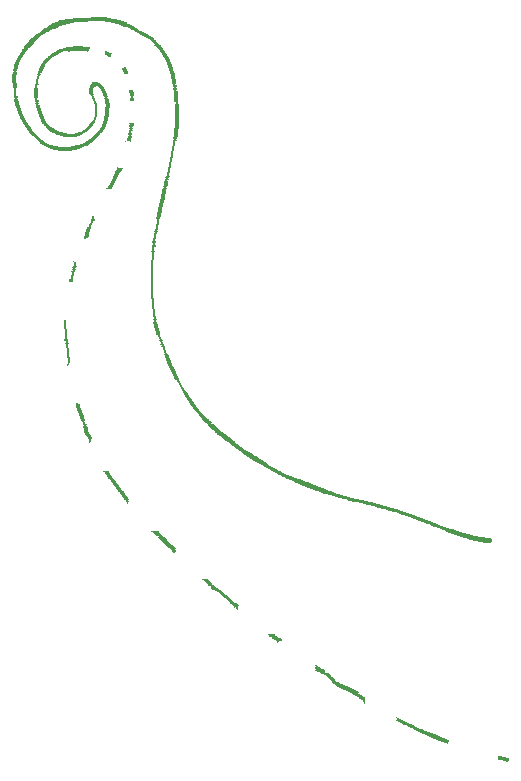
<source format=gto>
G04 EAGLE Gerber X2 export*
G75*
%MOMM*%
%FSLAX34Y34*%
%LPD*%
%AMOC8*
5,1,8,0,0,1.08239X$1,22.5*%
G01*
%ADD10R,0.082803X0.041403*%
%ADD11R,0.248413X0.041400*%
%ADD12R,0.414019X0.041403*%
%ADD13R,0.538225X0.041400*%
%ADD14R,0.041400X0.041403*%
%ADD15R,0.745237X0.041403*%
%ADD16R,0.910844X0.041403*%
%ADD17R,0.910844X0.041400*%
%ADD18R,0.828041X0.041403*%
%ADD19R,0.621028X0.041403*%
%ADD20R,0.331216X0.041403*%
%ADD21R,0.207009X0.041400*%
%ADD22R,0.579628X0.041403*%
%ADD23R,0.621031X0.041400*%
%ADD24R,0.662434X0.041403*%
%ADD25R,0.786637X0.041403*%
%ADD26R,0.786637X0.041400*%
%ADD27R,0.828038X0.041403*%
%ADD28R,0.869444X0.041400*%
%ADD29R,0.869444X0.041403*%
%ADD30R,0.869441X0.041400*%
%ADD31R,0.869441X0.041403*%
%ADD32R,0.828041X0.041400*%
%ADD33R,0.703834X0.041403*%
%ADD34R,0.621031X0.041403*%
%ADD35R,0.662431X0.041400*%
%ADD36R,0.621028X0.041400*%
%ADD37R,0.579628X0.041400*%
%ADD38R,0.538228X0.041403*%
%ADD39R,0.538225X0.041403*%
%ADD40R,0.538228X0.041400*%
%ADD41R,0.496825X0.041403*%
%ADD42R,0.496825X0.041400*%
%ADD43R,0.455422X0.041403*%
%ADD44R,0.372616X0.041403*%
%ADD45R,0.331216X0.041400*%
%ADD46R,0.248413X0.041403*%
%ADD47R,0.165606X0.041400*%
%ADD48R,0.041403X0.041403*%
%ADD49R,0.041403X0.041400*%
%ADD50R,0.124206X0.041400*%
%ADD51R,0.165606X0.041403*%
%ADD52R,0.207009X0.041403*%
%ADD53R,0.289813X0.041403*%
%ADD54R,0.496822X0.041403*%
%ADD55R,0.455422X0.041400*%
%ADD56R,0.703831X0.041403*%
%ADD57R,0.703834X0.041400*%
%ADD58R,0.496822X0.041400*%
%ADD59R,0.372616X0.041400*%
%ADD60R,0.372619X0.041403*%
%ADD61R,0.289816X0.041400*%
%ADD62R,0.289816X0.041403*%
%ADD63R,0.414022X0.041403*%
%ADD64R,0.786641X0.041403*%
%ADD65R,0.786641X0.041400*%
%ADD66R,0.455425X0.041403*%
%ADD67R,0.331219X0.041400*%
%ADD68R,0.207013X0.041403*%
%ADD69R,0.165609X0.041400*%
%ADD70R,0.041400X0.041400*%
%ADD71R,0.248409X0.041403*%
%ADD72R,0.372619X0.041400*%
%ADD73R,0.414019X0.041400*%
%ADD74R,0.414022X0.041400*%
%ADD75R,1.117853X0.041400*%
%ADD76R,1.366266X0.041403*%
%ADD77R,1.573275X0.041400*%
%ADD78R,1.821691X0.041403*%
%ADD79R,1.904494X0.041403*%
%ADD80R,1.945894X0.041400*%
%ADD81R,1.945894X0.041403*%
%ADD82R,1.656078X0.041403*%
%ADD83R,1.531872X0.041400*%
%ADD84R,1.407669X0.041403*%
%ADD85R,1.324863X0.041403*%
%ADD86R,1.242059X0.041400*%
%ADD87R,1.159256X0.041403*%
%ADD88R,1.200656X0.041400*%
%ADD89R,0.993650X0.041403*%
%ADD90R,0.993647X0.041403*%
%ADD91R,0.993647X0.041400*%
%ADD92R,0.952247X0.041403*%
%ADD93R,0.662431X0.041403*%
%ADD94R,0.662434X0.041400*%
%ADD95R,0.745234X0.041400*%
%ADD96R,0.745234X0.041403*%
%ADD97R,0.703831X0.041400*%
%ADD98R,0.745237X0.041400*%
%ADD99R,0.952247X0.041400*%
%ADD100R,0.952244X0.041400*%
%ADD101R,0.910847X0.041403*%
%ADD102R,1.035050X0.041403*%
%ADD103R,1.076450X0.041400*%
%ADD104R,1.076450X0.041403*%
%ADD105R,1.035050X0.041400*%
%ADD106R,1.117856X0.041403*%
%ADD107R,0.331219X0.041403*%
%ADD108R,0.952244X0.041403*%
%ADD109R,1.076453X0.041403*%
%ADD110R,1.117853X0.041403*%
%ADD111R,0.993650X0.041400*%
%ADD112R,0.579625X0.041400*%
%ADD113R,0.124206X0.041403*%
%ADD114R,0.579625X0.041403*%
%ADD115R,0.289813X0.041400*%
%ADD116R,0.248409X0.041400*%
%ADD117R,0.207013X0.041400*%
%ADD118R,0.082803X0.041400*%
%ADD119R,0.165609X0.041403*%
%ADD120R,1.987297X0.041403*%
%ADD121R,2.277109X0.041400*%
%ADD122R,2.484119X0.041403*%
%ADD123R,2.649728X0.041403*%
%ADD124R,2.856741X0.041400*%
%ADD125R,1.200659X0.041403*%
%ADD126R,1.449069X0.041403*%
%ADD127R,1.738884X0.041400*%
%ADD128R,2.152906X0.041403*%
%ADD129R,0.082806X0.041403*%
%ADD130R,0.082806X0.041400*%
%ADD131R,2.566925X0.041403*%
%ADD132R,0.455425X0.041400*%
%ADD133R,2.525525X0.041400*%
%ADD134R,2.401319X0.041403*%
%ADD135R,2.277109X0.041403*%
%ADD136R,2.152903X0.041400*%
%ADD137R,2.028700X0.041403*%
%ADD138R,1.821688X0.041403*%
%ADD139R,1.200656X0.041403*%
%ADD140R,1.283462X0.041400*%
%ADD141R,1.366269X0.041403*%
%ADD142R,1.490472X0.041403*%
%ADD143R,1.531875X0.041400*%
%ADD144R,1.242063X0.041400*%
%ADD145R,1.738881X0.041403*%
%ADD146R,2.484119X0.041400*%
%ADD147R,5.216653X0.041403*%
%ADD148R,4.885438X0.041403*%
%ADD149R,4.471416X0.041400*%
%ADD150R,3.891788X0.041403*%
%ADD151R,3.270759X0.041403*%
%ADD152R,1.324866X0.041403*%


D10*
X431481Y14770D03*
D11*
X431067Y15184D03*
D12*
X430653Y15598D03*
D13*
X430032Y16012D03*
D14*
X424236Y16426D03*
D15*
X429411Y16426D03*
D16*
X428583Y16840D03*
D17*
X428583Y17254D03*
D18*
X428169Y17668D03*
D19*
X427134Y18082D03*
D13*
X426720Y18496D03*
D20*
X425685Y18910D03*
D10*
X380971Y30503D03*
D21*
X380350Y30917D03*
D12*
X379315Y31331D03*
D22*
X378901Y31745D03*
D23*
X378694Y32159D03*
D24*
X378487Y32573D03*
D25*
X377452Y32987D03*
D26*
X376210Y33401D03*
D25*
X375382Y33815D03*
D27*
X374346Y34229D03*
D28*
X372897Y34643D03*
D18*
X372276Y35057D03*
D25*
X371241Y35471D03*
D26*
X369999Y35885D03*
D29*
X369171Y36299D03*
D30*
X368343Y36713D03*
D31*
X367515Y37127D03*
D18*
X366480Y37541D03*
D32*
X365652Y37955D03*
D18*
X364410Y38369D03*
D25*
X363375Y38783D03*
D26*
X362133Y39197D03*
D33*
X360891Y39611D03*
D34*
X360063Y40025D03*
D35*
X359028Y40439D03*
D34*
X357579Y40853D03*
D36*
X357165Y41267D03*
D33*
X356337Y41681D03*
D34*
X355509Y42095D03*
D37*
X354474Y42509D03*
D22*
X354059Y42923D03*
D38*
X352610Y43337D03*
D13*
X351782Y43752D03*
D22*
X351161Y44166D03*
X350333Y44580D03*
D13*
X349712Y44994D03*
D39*
X348884Y45408D03*
D22*
X347849Y45822D03*
D35*
X346607Y46236D03*
D39*
X345986Y46650D03*
D40*
X345572Y47064D03*
D22*
X344537Y47478D03*
X343709Y47892D03*
D37*
X342881Y48306D03*
D22*
X342053Y48720D03*
D41*
X341225Y49134D03*
D42*
X340811Y49548D03*
D43*
X340190Y49962D03*
D44*
X339776Y50376D03*
D45*
X339569Y50790D03*
D46*
X339155Y51204D03*
D47*
X338741Y51618D03*
D10*
X338327Y52032D03*
D14*
X338120Y52446D03*
D48*
X310794Y64038D03*
D49*
X310794Y64453D03*
D48*
X310794Y64867D03*
D10*
X310587Y65281D03*
D50*
X310380Y65695D03*
D51*
X310173Y66109D03*
D52*
X309966Y66523D03*
D11*
X309759Y66937D03*
D53*
X309552Y67351D03*
D45*
X309345Y67765D03*
D43*
X308724Y68179D03*
X308724Y68593D03*
D42*
X308517Y69007D03*
D39*
X308310Y69421D03*
D41*
X306861Y69835D03*
D42*
X306447Y70249D03*
D41*
X305619Y70663D03*
D54*
X304791Y71077D03*
D55*
X304170Y71491D03*
D54*
X303549Y71905D03*
D40*
X302928Y72319D03*
D22*
X302307Y72733D03*
D56*
X302514Y73147D03*
D57*
X302100Y73561D03*
D33*
X301272Y73975D03*
D25*
X300444Y74389D03*
D28*
X299202Y74803D03*
D31*
X298788Y75217D03*
X297546Y75631D03*
D32*
X296511Y76045D03*
D18*
X295683Y76459D03*
D29*
X294648Y76873D03*
D30*
X293820Y77287D03*
D16*
X293199Y77701D03*
D17*
X292371Y78115D03*
D25*
X291335Y78529D03*
D15*
X290300Y78943D03*
D35*
X289472Y79357D03*
D34*
X288851Y79771D03*
D38*
X288023Y80185D03*
D58*
X287402Y80599D03*
D43*
X286781Y81013D03*
D41*
X286160Y81427D03*
D55*
X285539Y81841D03*
D12*
X284918Y82255D03*
D59*
X284711Y82669D03*
D60*
X284297Y83083D03*
D20*
X284090Y83497D03*
D45*
X283676Y83911D03*
D20*
X283262Y84325D03*
X282848Y84739D03*
D61*
X282641Y85154D03*
D62*
X282227Y85568D03*
D53*
X281813Y85982D03*
D45*
X281606Y86396D03*
D63*
X280778Y86810D03*
D12*
X280364Y87224D03*
D59*
X280157Y87638D03*
D63*
X279536Y88052D03*
D42*
X279122Y88466D03*
D41*
X278708Y88880D03*
D22*
X277880Y89294D03*
D35*
X277466Y89708D03*
D20*
X275396Y90122D03*
D63*
X274982Y90536D03*
D42*
X274568Y90950D03*
D34*
X273947Y91364D03*
D64*
X273119Y91778D03*
D65*
X273119Y92192D03*
D24*
X272498Y92606D03*
D40*
X271877Y93020D03*
D66*
X271463Y93434D03*
D63*
X271255Y93848D03*
D67*
X270841Y94262D03*
D62*
X270634Y94676D03*
D68*
X270220Y95090D03*
D69*
X270013Y95504D03*
D10*
X270013Y95918D03*
D48*
X269806Y96332D03*
D10*
X237306Y115791D03*
D50*
X237099Y116205D03*
D52*
X237099Y116619D03*
D20*
X237306Y117033D03*
D37*
X238134Y117447D03*
D19*
X237513Y117861D03*
D22*
X236892Y118275D03*
D36*
X236271Y118689D03*
D34*
X235857Y119103D03*
D37*
X234822Y119517D03*
D22*
X234408Y119931D03*
D34*
X233373Y120345D03*
D37*
X232752Y120759D03*
D39*
X232545Y121173D03*
X232131Y121587D03*
D37*
X231924Y122001D03*
D60*
X230475Y122415D03*
D70*
X203563Y143944D03*
D10*
X203356Y144358D03*
D47*
X202942Y144772D03*
D52*
X202735Y145186D03*
D48*
X200665Y145600D03*
D71*
X202528Y145600D03*
D45*
X202114Y146014D03*
D20*
X202114Y146428D03*
D44*
X201907Y146842D03*
D55*
X201493Y147257D03*
D43*
X201079Y147671D03*
D44*
X200665Y148085D03*
D55*
X199837Y148499D03*
D43*
X199423Y148913D03*
D63*
X198802Y149327D03*
D72*
X198181Y149741D03*
D60*
X197767Y150155D03*
D59*
X197353Y150569D03*
D60*
X196939Y150983D03*
X196525Y151397D03*
D59*
X196111Y151811D03*
D20*
X195490Y152225D03*
X195076Y152639D03*
D45*
X194662Y153053D03*
D20*
X194248Y153467D03*
X193420Y153881D03*
D45*
X193006Y154295D03*
D20*
X192592Y154709D03*
D45*
X192178Y155123D03*
D44*
X191557Y155537D03*
D60*
X191143Y155951D03*
D72*
X190729Y156365D03*
D44*
X190315Y156779D03*
D20*
X189694Y157193D03*
D67*
X189280Y157607D03*
D20*
X188866Y158021D03*
D60*
X188244Y158435D03*
D72*
X187416Y158849D03*
D44*
X187002Y159263D03*
D63*
X186381Y159677D03*
D73*
X185967Y160091D03*
D12*
X185553Y160505D03*
D42*
X184311Y160919D03*
D39*
X183690Y161333D03*
D43*
X183276Y161747D03*
D74*
X183069Y162161D03*
D20*
X182655Y162575D03*
D60*
X182034Y162989D03*
D72*
X182034Y163403D03*
D12*
X181413Y163817D03*
D43*
X180792Y164231D03*
D73*
X180171Y164645D03*
D44*
X179964Y165059D03*
D72*
X179550Y165473D03*
D60*
X179136Y165887D03*
X178722Y166301D03*
D72*
X178308Y166715D03*
D60*
X177894Y167129D03*
D63*
X177273Y167543D03*
D73*
X176859Y167958D03*
D12*
X176445Y168372D03*
D63*
X176031Y168786D03*
D55*
X175824Y169200D03*
D69*
X149534Y191971D03*
D52*
X149327Y192385D03*
D62*
X148913Y192799D03*
D61*
X148913Y193213D03*
D62*
X148913Y193627D03*
D60*
X148499Y194041D03*
D74*
X148292Y194455D03*
D63*
X148292Y194869D03*
D43*
X148085Y195283D03*
D40*
X147671Y195697D03*
D41*
X147050Y196111D03*
D42*
X146635Y196525D03*
D54*
X146221Y196939D03*
D41*
X145807Y197353D03*
D42*
X145393Y197767D03*
D54*
X144979Y198181D03*
D41*
X144565Y198595D03*
D42*
X144151Y199009D03*
D54*
X143737Y199423D03*
D41*
X143323Y199837D03*
D13*
X142702Y200251D03*
D69*
X415334Y200251D03*
D39*
X142288Y200665D03*
D34*
X413885Y200665D03*
D22*
X141667Y201079D03*
D16*
X413264Y201079D03*
D37*
X141253Y201493D03*
D75*
X412229Y201493D03*
D38*
X141046Y201907D03*
D76*
X411401Y201907D03*
D42*
X140839Y202321D03*
D77*
X410366Y202321D03*
D43*
X140632Y202735D03*
D78*
X409538Y202735D03*
D38*
X139804Y203149D03*
D79*
X408710Y203149D03*
D42*
X139597Y203563D03*
D80*
X408089Y203563D03*
D43*
X139390Y203977D03*
D81*
X406433Y203977D03*
D41*
X138769Y204391D03*
D82*
X403742Y204391D03*
D55*
X138562Y204805D03*
D83*
X401879Y204805D03*
D12*
X138355Y205219D03*
D84*
X400016Y205219D03*
D60*
X138148Y205633D03*
D85*
X398360Y205633D03*
D13*
X136906Y206047D03*
D86*
X396704Y206047D03*
D38*
X136492Y206461D03*
D87*
X395047Y206461D03*
D13*
X136078Y206875D03*
D88*
X393598Y206875D03*
D39*
X135664Y207289D03*
D87*
X392149Y207289D03*
D38*
X135250Y207703D03*
D87*
X390907Y207703D03*
D58*
X134629Y208117D03*
D75*
X389458Y208117D03*
D39*
X134422Y208531D03*
D89*
X388009Y208531D03*
D22*
X133801Y208945D03*
D90*
X386767Y208945D03*
D23*
X133594Y209360D03*
D91*
X385525Y209360D03*
D92*
X384490Y209774D03*
D16*
X383869Y210188D03*
D28*
X382834Y210602D03*
D16*
X381799Y211016D03*
D18*
X380557Y211430D03*
D57*
X379108Y211844D03*
D93*
X377659Y212258D03*
D23*
X376210Y212672D03*
D56*
X374968Y213086D03*
D34*
X373725Y213500D03*
D57*
X372069Y213914D03*
D24*
X371448Y214328D03*
D93*
X370620Y214742D03*
D36*
X369585Y215156D03*
D22*
X368964Y215570D03*
D34*
X367929Y215984D03*
D94*
X366894Y216398D03*
D93*
X366066Y216812D03*
D57*
X365031Y217226D03*
D93*
X363996Y217640D03*
X363168Y218054D03*
D23*
X362133Y218468D03*
D15*
X360684Y218882D03*
X359442Y219296D03*
D95*
X358614Y219710D03*
D33*
X357579Y220124D03*
D24*
X356544Y220538D03*
D95*
X355302Y220952D03*
D56*
X354267Y221366D03*
D96*
X353231Y221780D03*
D95*
X351989Y222194D03*
D33*
X350954Y222608D03*
D97*
X349712Y223022D03*
D56*
X348470Y223436D03*
D64*
X346814Y223850D03*
D32*
X345365Y224264D03*
D25*
X344330Y224678D03*
D33*
X343502Y225092D03*
D98*
X342467Y225506D03*
D15*
X341225Y225920D03*
D96*
X339569Y226334D03*
D26*
X338120Y226748D03*
D31*
X336464Y227162D03*
D99*
X335222Y227576D03*
D92*
X333980Y227990D03*
D31*
X332737Y228404D03*
D32*
X331288Y228818D03*
D29*
X329011Y229232D03*
D16*
X327562Y229646D03*
D100*
X326527Y230061D03*
D101*
X325492Y230475D03*
D16*
X323836Y230889D03*
D28*
X321973Y231303D03*
D16*
X320110Y231717D03*
D102*
X318247Y232131D03*
D103*
X316798Y232545D03*
D104*
X315556Y232959D03*
D70*
X110409Y233373D03*
D105*
X314107Y233373D03*
D14*
X110409Y233787D03*
D102*
X312450Y233787D03*
D10*
X110202Y234201D03*
D90*
X310587Y234201D03*
D50*
X109995Y234615D03*
D105*
X308724Y234615D03*
D51*
X109788Y235029D03*
D106*
X307068Y235029D03*
D52*
X109581Y235443D03*
D87*
X305619Y235443D03*
D21*
X109581Y235857D03*
D75*
X304170Y235857D03*
D71*
X109374Y236271D03*
D106*
X302514Y236271D03*
D53*
X109167Y236685D03*
D90*
X301065Y236685D03*
D45*
X108960Y237099D03*
D30*
X299616Y237099D03*
D20*
X108960Y237513D03*
D31*
X297546Y237513D03*
D59*
X108753Y237927D03*
D17*
X296097Y237927D03*
D60*
X108339Y238341D03*
D18*
X294441Y238341D03*
D60*
X107925Y238755D03*
D27*
X292785Y238755D03*
D59*
X107511Y239169D03*
D32*
X291128Y239169D03*
D20*
X107304Y239583D03*
D25*
X289679Y239583D03*
D20*
X106890Y239997D03*
D25*
X288437Y239997D03*
D72*
X106683Y240411D03*
D26*
X287195Y240411D03*
D107*
X106476Y240825D03*
D27*
X285746Y240825D03*
D20*
X106062Y241239D03*
D29*
X283883Y241239D03*
D45*
X106062Y241653D03*
D17*
X282434Y241653D03*
D12*
X105233Y242067D03*
D90*
X280778Y242067D03*
D60*
X105026Y242481D03*
D92*
X279743Y242481D03*
D72*
X105026Y242895D03*
D99*
X278915Y242895D03*
D43*
X104198Y243309D03*
D89*
X277880Y243309D03*
D72*
X103784Y243723D03*
D32*
X276224Y243723D03*
D20*
X103577Y244137D03*
D108*
X274775Y244137D03*
D20*
X103163Y244551D03*
D92*
X273533Y244551D03*
D59*
X102956Y244965D03*
D91*
X272498Y244965D03*
D20*
X102749Y245379D03*
D109*
X271670Y245379D03*
D60*
X102542Y245793D03*
D110*
X270634Y245793D03*
D72*
X102128Y246207D03*
D103*
X269599Y246207D03*
D44*
X101714Y246621D03*
D102*
X268564Y246621D03*
D44*
X101714Y247035D03*
D102*
X267322Y247035D03*
D72*
X101300Y247449D03*
D111*
X266287Y247449D03*
D20*
X101093Y247863D03*
D102*
X265252Y247863D03*
D67*
X100679Y248277D03*
D91*
X264217Y248277D03*
D60*
X100472Y248691D03*
D89*
X262975Y248691D03*
D60*
X100058Y249105D03*
D102*
X261940Y249105D03*
D59*
X99644Y249519D03*
D91*
X260905Y249519D03*
D60*
X99230Y249933D03*
D90*
X260077Y249933D03*
D60*
X99230Y250347D03*
D89*
X259249Y250347D03*
D72*
X98816Y250762D03*
D105*
X258214Y250762D03*
D44*
X98402Y251176D03*
D89*
X257179Y251176D03*
D12*
X98195Y251590D03*
D16*
X255937Y251590D03*
D74*
X97781Y252004D03*
D30*
X254902Y252004D03*
D12*
X97367Y252418D03*
D18*
X253867Y252418D03*
D12*
X97367Y252832D03*
D25*
X253246Y252832D03*
D73*
X96953Y253246D03*
D65*
X252418Y253246D03*
D60*
X96746Y253660D03*
D18*
X250969Y253660D03*
D72*
X96332Y254074D03*
D98*
X250140Y254074D03*
D60*
X95918Y254488D03*
D15*
X249312Y254488D03*
D63*
X95297Y254902D03*
D25*
X248277Y254902D03*
D74*
X95297Y255316D03*
D95*
X247242Y255316D03*
D12*
X94883Y255730D03*
D33*
X246621Y255730D03*
D12*
X94883Y256144D03*
D93*
X245586Y256144D03*
D72*
X94676Y256558D03*
D35*
X244344Y256558D03*
D20*
X94469Y256972D03*
D93*
X243516Y256972D03*
D44*
X93848Y257386D03*
D22*
X242688Y257386D03*
D45*
X93641Y257800D03*
D37*
X241860Y257800D03*
D20*
X93641Y258214D03*
D19*
X240825Y258214D03*
D45*
X93227Y258628D03*
D37*
X239790Y258628D03*
D12*
X92813Y259042D03*
D22*
X238962Y259042D03*
D44*
X92606Y259456D03*
D22*
X238134Y259456D03*
D59*
X92606Y259870D03*
D37*
X237306Y259870D03*
D63*
X91985Y260284D03*
D34*
X236685Y260284D03*
D54*
X91985Y260698D03*
D22*
X236064Y260698D03*
D13*
X235029Y261112D03*
D38*
X234201Y261526D03*
D22*
X233580Y261940D03*
D37*
X233166Y262354D03*
D39*
X232545Y262768D03*
D38*
X231717Y263182D03*
D13*
X230889Y263596D03*
D41*
X229854Y264010D03*
D58*
X229025Y264424D03*
D38*
X228404Y264838D03*
D39*
X227576Y265252D03*
D40*
X227162Y265666D03*
D39*
X226334Y266080D03*
X225506Y266494D03*
D112*
X224885Y266908D03*
D34*
X224264Y267322D03*
D93*
X223643Y267736D03*
D57*
X223022Y268150D03*
D33*
X222194Y268564D03*
D98*
X221159Y268978D03*
D25*
X220538Y269392D03*
D96*
X219917Y269806D03*
D95*
X219503Y270220D03*
D15*
X219089Y270634D03*
D33*
X218054Y271048D03*
D95*
X217433Y271463D03*
D33*
X216812Y271877D03*
D96*
X216191Y272291D03*
D98*
X215777Y272705D03*
D96*
X215363Y273119D03*
D15*
X214535Y273533D03*
D97*
X213914Y273947D03*
D33*
X213500Y274361D03*
D95*
X212879Y274775D03*
D33*
X212258Y275189D03*
D24*
X211637Y275603D03*
D35*
X210809Y276017D03*
D34*
X210188Y276431D03*
D22*
X209567Y276845D03*
D37*
X209152Y277259D03*
D39*
X208531Y277673D03*
D22*
X207910Y278087D03*
D37*
X207082Y278501D03*
D39*
X206047Y278915D03*
D13*
X205633Y279329D03*
D41*
X205012Y279743D03*
D39*
X204391Y280157D03*
D13*
X203977Y280571D03*
D41*
X203356Y280985D03*
D43*
X202735Y281399D03*
D55*
X202321Y281813D03*
D41*
X201700Y282227D03*
D54*
X201286Y282641D03*
D40*
X200665Y283055D03*
D22*
X200044Y283469D03*
D38*
X199423Y283883D03*
D13*
X199009Y284297D03*
D22*
X198388Y284711D03*
D49*
X78529Y285125D03*
D37*
X197974Y285125D03*
D10*
X78322Y285539D03*
D19*
X197353Y285539D03*
D113*
X78115Y285953D03*
D22*
X196732Y285953D03*
D47*
X77908Y286367D03*
D37*
X196318Y286367D03*
D52*
X78115Y286781D03*
D34*
X195697Y286781D03*
D46*
X77908Y287195D03*
D34*
X195283Y287195D03*
D11*
X77908Y287609D03*
D36*
X194869Y287609D03*
D46*
X77908Y288023D03*
D34*
X194455Y288023D03*
D20*
X77908Y288437D03*
D114*
X193834Y288437D03*
D45*
X77908Y288851D03*
D23*
X193213Y288851D03*
D20*
X77908Y289265D03*
D22*
X192592Y289265D03*
D45*
X77494Y289679D03*
D37*
X192178Y289679D03*
D53*
X77287Y290093D03*
D22*
X191764Y290093D03*
D20*
X77080Y290507D03*
D34*
X191143Y290507D03*
D45*
X76666Y290921D03*
D23*
X190729Y290921D03*
D20*
X76666Y291335D03*
D19*
X190315Y291335D03*
D44*
X76459Y291749D03*
D34*
X189901Y291749D03*
D72*
X76045Y292164D03*
D23*
X189487Y292164D03*
D60*
X76045Y292578D03*
D22*
X188866Y292578D03*
D20*
X75838Y292992D03*
D22*
X188451Y292992D03*
D73*
X75424Y293406D03*
D37*
X188037Y293406D03*
D63*
X75010Y293820D03*
D34*
X187416Y293820D03*
D63*
X75010Y294234D03*
D22*
X186795Y294234D03*
D74*
X75010Y294648D03*
D37*
X186381Y294648D03*
D60*
X74803Y295062D03*
D38*
X185760Y295062D03*
D72*
X74803Y295476D03*
D13*
X185346Y295476D03*
D60*
X74803Y295890D03*
D39*
X184932Y295890D03*
D20*
X74596Y296304D03*
D41*
X184311Y296304D03*
D45*
X74596Y296718D03*
D58*
X183897Y296718D03*
D20*
X74596Y297132D03*
D41*
X183483Y297132D03*
D62*
X74389Y297546D03*
D54*
X183069Y297546D03*
D67*
X74182Y297960D03*
D42*
X182655Y297960D03*
D62*
X73975Y298374D03*
D43*
X182034Y298374D03*
D62*
X73975Y298788D03*
D43*
X181620Y298788D03*
D11*
X73768Y299202D03*
D55*
X181206Y299202D03*
D46*
X73768Y299616D03*
D43*
X180792Y299616D03*
D115*
X73561Y300030D03*
D55*
X180378Y300030D03*
D46*
X73354Y300444D03*
D12*
X179757Y300444D03*
D46*
X73354Y300858D03*
D63*
X179343Y300858D03*
D11*
X72940Y301272D03*
D73*
X178929Y301272D03*
D46*
X72940Y301686D03*
D43*
X178722Y301686D03*
D46*
X72940Y302100D03*
D66*
X178308Y302100D03*
D116*
X72526Y302514D03*
D55*
X177894Y302514D03*
D71*
X72526Y302928D03*
D43*
X177480Y302928D03*
D53*
X72319Y303342D03*
D12*
X176859Y303342D03*
D11*
X72112Y303756D03*
D55*
X176652Y303756D03*
D46*
X72112Y304170D03*
D43*
X176238Y304170D03*
D62*
X71905Y304584D03*
D43*
X175824Y304584D03*
D11*
X71698Y304998D03*
D73*
X175203Y304998D03*
D53*
X71491Y305412D03*
D63*
X174789Y305412D03*
D115*
X71491Y305826D03*
D73*
X174375Y305826D03*
D53*
X71077Y306240D03*
D44*
X174168Y306240D03*
D53*
X71077Y306654D03*
D60*
X173754Y306654D03*
D115*
X71077Y307068D03*
D72*
X173340Y307068D03*
D53*
X71077Y307482D03*
D60*
X172926Y307482D03*
D20*
X70870Y307896D03*
D60*
X172512Y307896D03*
D72*
X70249Y308310D03*
D59*
X172098Y308310D03*
D60*
X70249Y308724D03*
D12*
X171891Y308724D03*
D60*
X70249Y309138D03*
X171684Y309138D03*
D72*
X70249Y309552D03*
X171270Y309552D03*
D20*
X70042Y309966D03*
D44*
X170856Y309966D03*
D45*
X70042Y310380D03*
D72*
X170442Y310380D03*
D20*
X70042Y310794D03*
X170235Y310794D03*
D107*
X69628Y311208D03*
D20*
X169821Y311208D03*
D67*
X69628Y311622D03*
D45*
X169407Y311622D03*
D60*
X69421Y312036D03*
D20*
X168993Y312036D03*
X69214Y312450D03*
X168993Y312450D03*
D45*
X69214Y312865D03*
D67*
X168579Y312865D03*
D20*
X69214Y313279D03*
X168165Y313279D03*
D53*
X69007Y313693D03*
D20*
X167750Y313693D03*
D59*
X68593Y314107D03*
D67*
X167336Y314107D03*
D20*
X68386Y314521D03*
D62*
X167129Y314521D03*
D20*
X68386Y314935D03*
D53*
X166715Y314935D03*
D45*
X68386Y315349D03*
X166508Y315349D03*
D20*
X68386Y315763D03*
X166094Y315763D03*
D45*
X68386Y316177D03*
D115*
X165887Y316177D03*
D20*
X68386Y316591D03*
D53*
X165473Y316591D03*
X68179Y317005D03*
D20*
X165266Y317005D03*
D116*
X67972Y317419D03*
D45*
X164852Y317419D03*
D51*
X67558Y317833D03*
D53*
X164645Y317833D03*
D14*
X66937Y318247D03*
D20*
X164438Y318247D03*
D115*
X164231Y318661D03*
D62*
X163817Y319075D03*
X163817Y319489D03*
D115*
X163403Y319903D03*
D20*
X163196Y320317D03*
D61*
X162989Y320731D03*
D62*
X162575Y321145D03*
D53*
X162161Y321559D03*
D61*
X161747Y321973D03*
D46*
X161540Y322387D03*
D71*
X161126Y322801D03*
D115*
X160919Y323215D03*
D46*
X160712Y323629D03*
D62*
X160505Y324043D03*
D115*
X160091Y324457D03*
D71*
X159884Y324871D03*
D53*
X159677Y325285D03*
D11*
X159470Y325699D03*
D62*
X159263Y326113D03*
D11*
X159056Y326527D03*
D53*
X158849Y326941D03*
D46*
X158642Y327355D03*
D11*
X158228Y327769D03*
D46*
X157814Y328183D03*
D68*
X157607Y328597D03*
D11*
X157400Y329011D03*
D52*
X157193Y329425D03*
D46*
X156986Y329839D03*
D11*
X156572Y330253D03*
D46*
X156572Y330667D03*
D11*
X156158Y331081D03*
D52*
X155951Y331495D03*
D46*
X155744Y331909D03*
D21*
X155537Y332323D03*
D71*
X155330Y332737D03*
D46*
X154916Y333151D03*
D11*
X154916Y333566D03*
D46*
X154502Y333980D03*
X154502Y334394D03*
D116*
X154088Y334808D03*
D71*
X154088Y335222D03*
D46*
X153674Y335636D03*
D11*
X153674Y336050D03*
D46*
X153260Y336464D03*
D117*
X153053Y336878D03*
D46*
X152846Y337292D03*
X152432Y337706D03*
D61*
X152225Y338120D03*
D46*
X152018Y338534D03*
D53*
X151811Y338948D03*
D61*
X151397Y339362D03*
D62*
X151397Y339776D03*
D53*
X150983Y340190D03*
D115*
X150983Y340604D03*
D53*
X150569Y341018D03*
D45*
X150362Y341432D03*
D20*
X150362Y341846D03*
X149948Y342260D03*
D45*
X149948Y342674D03*
D20*
X149534Y343088D03*
X149534Y343502D03*
D45*
X149120Y343916D03*
D20*
X149120Y344330D03*
D44*
X148913Y344744D03*
D73*
X148706Y345158D03*
D60*
X148499Y345572D03*
X148499Y345986D03*
D72*
X148085Y346400D03*
D107*
X147878Y346814D03*
D61*
X147671Y347228D03*
D20*
X147464Y347642D03*
D53*
X147257Y348056D03*
D45*
X147049Y348470D03*
D20*
X147049Y348884D03*
D60*
X146842Y349298D03*
D67*
X146635Y349712D03*
D20*
X146221Y350126D03*
D14*
X59898Y350540D03*
D53*
X146014Y350540D03*
D70*
X59898Y350954D03*
D115*
X146014Y350954D03*
D10*
X60105Y351368D03*
D20*
X145807Y351368D03*
D118*
X60105Y351782D03*
D45*
X145807Y351782D03*
D10*
X60105Y352196D03*
D20*
X145393Y352196D03*
D113*
X60312Y352610D03*
D20*
X145393Y352610D03*
D11*
X60519Y353024D03*
D115*
X145186Y353024D03*
D46*
X60519Y353438D03*
D53*
X145186Y353438D03*
D46*
X60519Y353852D03*
D53*
X144772Y353852D03*
D11*
X60519Y354267D03*
D115*
X144772Y354267D03*
D46*
X60519Y354681D03*
D62*
X144358Y354681D03*
D46*
X60105Y355095D03*
D62*
X144358Y355095D03*
D11*
X60105Y355509D03*
D115*
X143944Y355509D03*
D46*
X60105Y355923D03*
D53*
X143944Y355923D03*
D46*
X60105Y356337D03*
D71*
X143737Y356337D03*
D11*
X60105Y356751D03*
D115*
X143530Y356751D03*
D68*
X59898Y357165D03*
D46*
X143323Y357165D03*
D11*
X59691Y357579D03*
X143323Y357579D03*
D46*
X59691Y357993D03*
D62*
X143116Y357993D03*
D46*
X59691Y358407D03*
D62*
X143116Y358407D03*
D11*
X59691Y358821D03*
X142909Y358821D03*
D46*
X59691Y359235D03*
D53*
X142702Y359235D03*
D46*
X59691Y359649D03*
D53*
X142702Y359649D03*
D21*
X59484Y360063D03*
D11*
X142495Y360063D03*
D52*
X59484Y360477D03*
D46*
X142495Y360477D03*
X59277Y360891D03*
X142081Y360891D03*
D11*
X59277Y361305D03*
X142081Y361305D03*
D46*
X59277Y361719D03*
X141667Y361719D03*
D11*
X59277Y362133D03*
X141667Y362133D03*
D46*
X59277Y362547D03*
D68*
X141460Y362547D03*
D46*
X59277Y362961D03*
X141253Y362961D03*
D11*
X59277Y363375D03*
D21*
X141046Y363375D03*
D46*
X59277Y363789D03*
X140839Y363789D03*
X59277Y364203D03*
X140839Y364203D03*
D11*
X59277Y364617D03*
D21*
X140632Y364617D03*
D52*
X59070Y365031D03*
D71*
X140425Y365031D03*
D46*
X58863Y365445D03*
D71*
X140425Y365445D03*
D11*
X58863Y365859D03*
D115*
X140218Y365859D03*
D46*
X58863Y366273D03*
X140011Y366273D03*
X58863Y366687D03*
X140011Y366687D03*
D11*
X58863Y367101D03*
X139597Y367101D03*
D46*
X58863Y367515D03*
X139597Y367515D03*
D11*
X58863Y367929D03*
D115*
X139390Y367929D03*
D46*
X58863Y368343D03*
D71*
X139183Y368343D03*
D53*
X58656Y368757D03*
D71*
X139183Y368757D03*
D115*
X58656Y369171D03*
D11*
X138769Y369171D03*
D46*
X58449Y369585D03*
X138769Y369585D03*
X58449Y369999D03*
X138769Y369999D03*
D11*
X58449Y370413D03*
X138355Y370413D03*
D46*
X58449Y370827D03*
X138355Y370827D03*
X58449Y371241D03*
X138355Y371241D03*
D61*
X58242Y371655D03*
D115*
X138148Y371655D03*
D62*
X58242Y372069D03*
D46*
X137941Y372069D03*
D61*
X58242Y372483D03*
D11*
X137941Y372483D03*
D46*
X58035Y372897D03*
X137527Y372897D03*
X58035Y373311D03*
X137527Y373311D03*
D11*
X58035Y373725D03*
X137113Y373725D03*
D46*
X58035Y374139D03*
X137113Y374139D03*
X58035Y374553D03*
D68*
X136906Y374553D03*
D11*
X58035Y374968D03*
X136699Y374968D03*
D46*
X58035Y375382D03*
X136699Y375382D03*
X58035Y375796D03*
X136285Y375796D03*
D11*
X58035Y376210D03*
X136285Y376210D03*
D71*
X57621Y376624D03*
D62*
X136078Y376624D03*
D71*
X57621Y377038D03*
D62*
X136078Y377038D03*
D116*
X57621Y377452D03*
D11*
X135871Y377452D03*
D71*
X57621Y377866D03*
D53*
X135664Y377866D03*
D116*
X57621Y378280D03*
D115*
X135664Y378280D03*
D71*
X57621Y378694D03*
D53*
X135664Y378694D03*
D71*
X57621Y379108D03*
D46*
X135457Y379108D03*
D116*
X57621Y379522D03*
D61*
X135250Y379522D03*
D71*
X57621Y379936D03*
D62*
X135250Y379936D03*
D71*
X57621Y380350D03*
D46*
X135043Y380350D03*
D116*
X57621Y380764D03*
D115*
X134836Y380764D03*
D52*
X57414Y381178D03*
D53*
X134836Y381178D03*
D52*
X57414Y381592D03*
D71*
X134629Y381592D03*
D21*
X57414Y382006D03*
D115*
X134422Y382006D03*
D52*
X57414Y382420D03*
D53*
X134422Y382420D03*
D21*
X57414Y382834D03*
D115*
X134422Y382834D03*
D52*
X57414Y383248D03*
D46*
X134215Y383248D03*
D52*
X57414Y383662D03*
D62*
X134008Y383662D03*
D21*
X57414Y384076D03*
D61*
X134008Y384076D03*
D52*
X57414Y384490D03*
D62*
X134008Y384490D03*
D52*
X57414Y384904D03*
D62*
X134008Y384904D03*
D21*
X57414Y385318D03*
D11*
X133801Y385318D03*
D52*
X57414Y385732D03*
D46*
X133801Y385732D03*
D52*
X57414Y386146D03*
D53*
X133594Y386146D03*
D21*
X57414Y386560D03*
D115*
X133594Y386560D03*
D52*
X57414Y386974D03*
D53*
X133594Y386974D03*
D52*
X57414Y387388D03*
D71*
X133387Y387388D03*
D21*
X57414Y387802D03*
D116*
X133387Y387802D03*
D52*
X57414Y388216D03*
D71*
X133387Y388216D03*
D116*
X133387Y388630D03*
D53*
X133180Y389044D03*
D46*
X132973Y389458D03*
D11*
X132973Y389872D03*
D46*
X132973Y390286D03*
X132973Y390700D03*
D11*
X132973Y391114D03*
D46*
X132973Y391528D03*
X132559Y391942D03*
D11*
X132559Y392356D03*
D46*
X132559Y392770D03*
D11*
X132559Y393184D03*
D46*
X132559Y393598D03*
X132559Y394012D03*
D117*
X132352Y394426D03*
D68*
X132352Y394840D03*
D46*
X132145Y395254D03*
D11*
X132145Y395669D03*
D46*
X132145Y396083D03*
X132145Y396497D03*
D11*
X132145Y396911D03*
D46*
X132145Y397325D03*
D52*
X131938Y397739D03*
D11*
X131731Y398153D03*
D46*
X131731Y398567D03*
D11*
X131731Y398981D03*
D46*
X131731Y399395D03*
X131731Y399809D03*
D11*
X131731Y400223D03*
D52*
X131524Y400637D03*
X131524Y401051D03*
D21*
X131524Y401465D03*
D46*
X131317Y401879D03*
X131317Y402293D03*
D11*
X131317Y402707D03*
D46*
X131317Y403121D03*
D11*
X131317Y403535D03*
D68*
X131110Y403949D03*
X131110Y404363D03*
D117*
X131110Y404777D03*
D68*
X131110Y405191D03*
X131110Y405605D03*
D117*
X131110Y406019D03*
D68*
X131110Y406433D03*
X131110Y406847D03*
D69*
X130903Y407261D03*
D119*
X130903Y407675D03*
X130903Y408089D03*
D21*
X130696Y408503D03*
D52*
X130696Y408917D03*
D21*
X130696Y409331D03*
D52*
X130696Y409745D03*
X130696Y410159D03*
D21*
X130696Y410573D03*
D52*
X130696Y410987D03*
X130696Y411401D03*
D21*
X130696Y411815D03*
D52*
X130696Y412229D03*
X130696Y412643D03*
D21*
X130696Y413057D03*
D52*
X130696Y413471D03*
D21*
X130696Y413885D03*
D51*
X130489Y414299D03*
D52*
X130282Y414713D03*
D21*
X130282Y415127D03*
D52*
X130282Y415541D03*
X130282Y415955D03*
D21*
X130282Y416370D03*
D52*
X130282Y416784D03*
X130282Y417198D03*
D21*
X130282Y417612D03*
D52*
X130282Y418026D03*
X130282Y418440D03*
D21*
X130282Y418854D03*
D52*
X130282Y419268D03*
D21*
X130282Y419682D03*
D52*
X130282Y420096D03*
X130282Y420510D03*
D115*
X61968Y420924D03*
D21*
X130282Y420924D03*
D53*
X62382Y421338D03*
D52*
X130282Y421338D03*
D53*
X62382Y421752D03*
D52*
X130282Y421752D03*
D115*
X62382Y422166D03*
D21*
X130282Y422166D03*
D53*
X62382Y422580D03*
D52*
X130282Y422580D03*
D46*
X62589Y422994D03*
D52*
X130282Y422994D03*
D11*
X62589Y423408D03*
D21*
X130282Y423408D03*
D46*
X62589Y423822D03*
D52*
X130282Y423822D03*
D11*
X62589Y424236D03*
D21*
X130282Y424236D03*
D46*
X63003Y424650D03*
D52*
X130282Y424650D03*
D46*
X63003Y425064D03*
D52*
X130282Y425064D03*
D11*
X63003Y425478D03*
D21*
X130282Y425478D03*
D46*
X63003Y425892D03*
D52*
X130282Y425892D03*
D46*
X63003Y426306D03*
D52*
X130282Y426306D03*
D11*
X63417Y426720D03*
D21*
X130282Y426720D03*
D46*
X63417Y427134D03*
D52*
X130282Y427134D03*
D46*
X63417Y427548D03*
D52*
X130282Y427548D03*
D11*
X63417Y427962D03*
D21*
X130282Y427962D03*
D46*
X63831Y428376D03*
D52*
X130282Y428376D03*
D46*
X63831Y428790D03*
X130489Y428790D03*
D11*
X63831Y429204D03*
X130489Y429204D03*
D62*
X64038Y429618D03*
D46*
X130489Y429618D03*
D61*
X64038Y430032D03*
D11*
X130489Y430032D03*
D46*
X64246Y430446D03*
X130489Y430446D03*
X64246Y430860D03*
X130489Y430860D03*
D115*
X64453Y431274D03*
D11*
X130489Y431274D03*
D53*
X64453Y431688D03*
D46*
X130489Y431688D03*
X64660Y432102D03*
X130489Y432102D03*
D11*
X64660Y432516D03*
X130489Y432516D03*
D46*
X64660Y432930D03*
X130489Y432930D03*
D62*
X64867Y433344D03*
D46*
X130489Y433344D03*
D67*
X65074Y433758D03*
D11*
X130489Y433758D03*
D107*
X65074Y434172D03*
D46*
X130489Y434172D03*
D11*
X65074Y434586D03*
X130489Y434586D03*
D46*
X65074Y435000D03*
X130489Y435000D03*
X65074Y435414D03*
X130489Y435414D03*
D11*
X65074Y435828D03*
D21*
X130696Y435828D03*
D52*
X65281Y436242D03*
X130696Y436242D03*
D51*
X65074Y436656D03*
D46*
X130903Y436656D03*
D50*
X65281Y437071D03*
D11*
X130903Y437071D03*
D113*
X65281Y437485D03*
D46*
X130903Y437485D03*
D48*
X64867Y437899D03*
D46*
X130903Y437899D03*
D11*
X130903Y438313D03*
D46*
X130903Y438727D03*
X130903Y439141D03*
D117*
X131110Y439555D03*
D68*
X131110Y439969D03*
D117*
X131110Y440383D03*
D68*
X131110Y440797D03*
X131110Y441211D03*
D11*
X131317Y441625D03*
D46*
X131317Y442039D03*
X131317Y442453D03*
D11*
X131317Y442867D03*
D46*
X131317Y443281D03*
X131317Y443695D03*
D11*
X131317Y444109D03*
D46*
X131317Y444523D03*
D11*
X131317Y444937D03*
D46*
X131317Y445351D03*
X131317Y445765D03*
D11*
X131317Y446179D03*
D62*
X131524Y446593D03*
X131524Y447007D03*
D11*
X131731Y447421D03*
D46*
X131731Y447835D03*
X131731Y448249D03*
D11*
X131731Y448663D03*
D46*
X131731Y449077D03*
X131731Y449491D03*
D11*
X131731Y449905D03*
D46*
X131731Y450319D03*
D61*
X131938Y450733D03*
D62*
X131938Y451147D03*
X131938Y451561D03*
D61*
X131938Y451975D03*
D46*
X132145Y452389D03*
X132145Y452803D03*
D11*
X132145Y453217D03*
D46*
X132145Y453631D03*
X132145Y454045D03*
D115*
X132352Y454459D03*
D53*
X132352Y454873D03*
D11*
X132559Y455287D03*
D46*
X132559Y455701D03*
X132559Y456115D03*
D11*
X132559Y456529D03*
D46*
X132559Y456943D03*
X132559Y457357D03*
D11*
X73768Y457772D03*
X132973Y457772D03*
D46*
X73768Y458186D03*
X132973Y458186D03*
D20*
X74596Y458600D03*
D46*
X132973Y458600D03*
D45*
X74596Y459014D03*
D11*
X132973Y459014D03*
D60*
X75217Y459428D03*
D46*
X132973Y459428D03*
D60*
X75217Y459842D03*
D52*
X133180Y459842D03*
D67*
X75424Y460256D03*
D116*
X133387Y460256D03*
D107*
X75424Y460670D03*
D71*
X133387Y460670D03*
D61*
X75631Y461084D03*
D116*
X133387Y461084D03*
D62*
X75631Y461498D03*
D71*
X133387Y461498D03*
D62*
X75631Y461912D03*
D52*
X133594Y461912D03*
D45*
X75838Y462326D03*
D11*
X133801Y462326D03*
D53*
X76045Y462740D03*
D46*
X133801Y462740D03*
D53*
X76045Y463154D03*
D46*
X133801Y463154D03*
D11*
X76252Y463568D03*
D61*
X134008Y463568D03*
D62*
X76459Y463982D03*
D46*
X134215Y463982D03*
D62*
X76459Y464396D03*
D46*
X134215Y464396D03*
D115*
X76873Y464810D03*
D11*
X134215Y464810D03*
D53*
X76873Y465224D03*
D46*
X134215Y465224D03*
D116*
X77080Y465638D03*
X134629Y465638D03*
D53*
X77287Y466052D03*
D71*
X134629Y466052D03*
D46*
X77494Y466466D03*
D71*
X134629Y466466D03*
D11*
X77494Y466880D03*
D116*
X134629Y466880D03*
D62*
X77701Y467294D03*
D71*
X134629Y467294D03*
D46*
X77908Y467708D03*
X135043Y467708D03*
D11*
X77908Y468122D03*
X135043Y468122D03*
D71*
X78322Y468536D03*
D46*
X135043Y468536D03*
D71*
X78322Y468950D03*
D46*
X135043Y468950D03*
D21*
X78529Y469364D03*
D11*
X135043Y469364D03*
D46*
X78736Y469778D03*
X135457Y469778D03*
X78736Y470192D03*
X135457Y470192D03*
D11*
X79150Y470606D03*
X135457Y470606D03*
D46*
X79564Y471020D03*
X135457Y471020D03*
D11*
X79564Y471434D03*
X135457Y471434D03*
D52*
X79771Y471848D03*
D46*
X135457Y471848D03*
X79978Y472262D03*
X135871Y472262D03*
D11*
X79978Y472676D03*
X135871Y472676D03*
D53*
X80599Y473090D03*
D46*
X135871Y473090D03*
D53*
X80599Y473504D03*
D46*
X135871Y473504D03*
D11*
X80392Y473918D03*
X135871Y473918D03*
D68*
X80599Y474332D03*
D62*
X136078Y474332D03*
D68*
X80599Y474746D03*
D62*
X136078Y474746D03*
D69*
X80806Y475160D03*
D61*
X136078Y475160D03*
D119*
X80806Y475574D03*
D62*
X136078Y475574D03*
D69*
X80806Y475988D03*
D61*
X136492Y475988D03*
D62*
X136492Y476402D03*
X136492Y476816D03*
D61*
X136492Y477230D03*
D20*
X136699Y477644D03*
X136699Y478058D03*
D45*
X136699Y478473D03*
D20*
X136699Y478887D03*
D53*
X136906Y479301D03*
D115*
X136906Y479715D03*
D20*
X137113Y480129D03*
X137113Y480543D03*
D61*
X137320Y480957D03*
D62*
X137320Y481371D03*
D61*
X137320Y481785D03*
D62*
X137320Y482199D03*
X137734Y482613D03*
D61*
X137734Y483027D03*
D62*
X137734Y483441D03*
X137734Y483855D03*
D61*
X137734Y484269D03*
D53*
X138148Y484683D03*
X138148Y485097D03*
D115*
X138148Y485511D03*
D53*
X138148Y485925D03*
D45*
X138355Y486339D03*
D62*
X138562Y486753D03*
X138562Y487167D03*
D61*
X138562Y487581D03*
D20*
X138769Y487995D03*
X138769Y488409D03*
D115*
X138976Y488823D03*
D53*
X138976Y489237D03*
D20*
X139183Y489651D03*
D45*
X139183Y490065D03*
D53*
X139390Y490479D03*
D20*
X139597Y490893D03*
D45*
X139597Y491307D03*
D62*
X139804Y491721D03*
D61*
X139804Y492135D03*
D62*
X139804Y492549D03*
D20*
X140011Y492963D03*
D45*
X140011Y493377D03*
D53*
X140218Y493791D03*
X140218Y494205D03*
D115*
X140218Y494619D03*
D53*
X140218Y495033D03*
D20*
X140425Y495447D03*
D45*
X140425Y495861D03*
D20*
X140425Y496275D03*
D115*
X140632Y496689D03*
D53*
X140632Y497103D03*
X140632Y497517D03*
D45*
X140839Y497931D03*
D20*
X140839Y498345D03*
D62*
X141046Y498759D03*
D61*
X141046Y499174D03*
D46*
X141253Y499588D03*
D43*
X94676Y500002D03*
D53*
X141460Y500002D03*
D73*
X94883Y500416D03*
D115*
X141460Y500416D03*
D60*
X95090Y500830D03*
D46*
X141667Y500830D03*
D63*
X95297Y501244D03*
D46*
X141667Y501244D03*
D72*
X95504Y501658D03*
D61*
X141874Y501658D03*
D60*
X95918Y502072D03*
D62*
X141874Y502072D03*
D72*
X95918Y502486D03*
D61*
X142288Y502486D03*
D60*
X96332Y502900D03*
D62*
X142288Y502900D03*
D20*
X96539Y503314D03*
D62*
X142288Y503314D03*
D72*
X96746Y503728D03*
D61*
X142288Y503728D03*
D20*
X96953Y504142D03*
D62*
X142288Y504142D03*
D20*
X96953Y504556D03*
D46*
X142495Y504556D03*
D45*
X97367Y504970D03*
D115*
X142702Y504970D03*
D20*
X97367Y505384D03*
D53*
X142702Y505384D03*
D20*
X97781Y505798D03*
D53*
X142702Y505798D03*
D45*
X97781Y506212D03*
D115*
X142702Y506212D03*
D20*
X98195Y506626D03*
D46*
X142909Y506626D03*
D45*
X98195Y507040D03*
D11*
X142909Y507040D03*
D20*
X98609Y507454D03*
D62*
X143116Y507454D03*
D20*
X98609Y507868D03*
D62*
X143116Y507868D03*
D45*
X99023Y508282D03*
D11*
X143323Y508282D03*
D20*
X99023Y508696D03*
D46*
X143323Y508696D03*
D53*
X99230Y509110D03*
D46*
X143323Y509110D03*
D45*
X99437Y509524D03*
D115*
X143530Y509524D03*
D20*
X99437Y509938D03*
D71*
X143737Y509938D03*
D20*
X99851Y510352D03*
D53*
X143944Y510352D03*
D45*
X99851Y510766D03*
D11*
X144151Y510766D03*
D20*
X100265Y511180D03*
D46*
X144151Y511180D03*
D20*
X100265Y511594D03*
D46*
X144151Y511594D03*
D67*
X100679Y512008D03*
D11*
X144565Y512008D03*
D60*
X100886Y512422D03*
D46*
X144565Y512422D03*
D45*
X101093Y512836D03*
D11*
X144565Y512836D03*
D60*
X101300Y513250D03*
D46*
X144565Y513250D03*
D12*
X101507Y513664D03*
D71*
X144979Y513664D03*
D73*
X101921Y514078D03*
D116*
X144979Y514078D03*
D43*
X102128Y514492D03*
D71*
X144979Y514492D03*
D43*
X102542Y514906D03*
D71*
X144979Y514906D03*
D55*
X102542Y515320D03*
D116*
X144979Y515320D03*
D12*
X102749Y515734D03*
D71*
X144979Y515734D03*
D12*
X103163Y516148D03*
D46*
X145393Y516148D03*
D73*
X103163Y516562D03*
D11*
X145393Y516562D03*
D43*
X103370Y516976D03*
D46*
X145393Y516976D03*
D118*
X101507Y517390D03*
D11*
X145393Y517390D03*
D46*
X145393Y517804D03*
D52*
X145600Y518218D03*
D21*
X145600Y518632D03*
D46*
X145807Y519046D03*
X145807Y519460D03*
D11*
X145807Y519875D03*
D46*
X145807Y520289D03*
D68*
X146014Y520703D03*
D117*
X146014Y521117D03*
D68*
X146014Y521531D03*
X146014Y521945D03*
D11*
X146221Y522359D03*
D52*
X146428Y522773D03*
D21*
X146428Y523187D03*
D52*
X146428Y523601D03*
X146428Y524015D03*
D47*
X146635Y524429D03*
D52*
X146842Y524843D03*
X146842Y525257D03*
D21*
X146842Y525671D03*
D46*
X147050Y526085D03*
D68*
X147257Y526499D03*
D117*
X147257Y526913D03*
D46*
X147464Y527327D03*
D11*
X147464Y527741D03*
D46*
X147464Y528155D03*
X147464Y528569D03*
D11*
X147464Y528983D03*
D46*
X147878Y529397D03*
X147878Y529811D03*
D11*
X147878Y530225D03*
D46*
X147878Y530639D03*
X147878Y531053D03*
D11*
X147878Y531467D03*
D53*
X56586Y531881D03*
D46*
X148292Y531881D03*
D106*
X57414Y532295D03*
D46*
X148292Y532295D03*
D83*
X57000Y532709D03*
D11*
X148292Y532709D03*
D120*
X57207Y533123D03*
D46*
X148292Y533123D03*
D121*
X57000Y533537D03*
D11*
X148292Y533537D03*
D122*
X57207Y533951D03*
D68*
X148499Y533951D03*
D123*
X57207Y534365D03*
D46*
X148706Y534365D03*
D124*
X57000Y534779D03*
D11*
X148706Y534779D03*
D16*
X46443Y535193D03*
D89*
X67144Y535193D03*
D46*
X148706Y535193D03*
D25*
X44994Y535607D03*
D31*
X68593Y535607D03*
D46*
X148706Y535607D03*
D97*
X43752Y536021D03*
D17*
X70042Y536021D03*
D21*
X148913Y536021D03*
D34*
X42923Y536435D03*
D27*
X70870Y536435D03*
D52*
X148913Y536435D03*
D22*
X41888Y536849D03*
D64*
X71905Y536849D03*
D46*
X149120Y536849D03*
D37*
X41060Y537263D03*
D36*
X73147Y537263D03*
D11*
X149120Y537263D03*
D39*
X40439Y537677D03*
D34*
X73975Y537677D03*
D46*
X149120Y537677D03*
D42*
X39404Y538091D03*
D37*
X75010Y538091D03*
D11*
X149120Y538091D03*
D43*
X38783Y538505D03*
D54*
X75838Y538505D03*
D52*
X149327Y538505D03*
D63*
X38162Y538919D03*
D38*
X76459Y538919D03*
D71*
X149534Y538919D03*
D73*
X37748Y539333D03*
D58*
X77080Y539333D03*
D116*
X149534Y539333D03*
D60*
X37127Y539747D03*
D43*
X77701Y539747D03*
D71*
X149534Y539747D03*
D60*
X36713Y540161D03*
D54*
X78322Y540161D03*
D10*
X108960Y540161D03*
D48*
X112479Y540161D03*
D71*
X149534Y540161D03*
D59*
X36299Y540576D03*
D55*
X78943Y540576D03*
D72*
X110823Y540576D03*
D115*
X149741Y540576D03*
D63*
X35678Y540990D03*
D43*
X79357Y540990D03*
D107*
X111030Y540990D03*
D46*
X149948Y540990D03*
D12*
X35264Y541404D03*
D43*
X79771Y541404D03*
D107*
X111030Y541404D03*
D46*
X149948Y541404D03*
D73*
X34850Y541818D03*
D74*
X80392Y541818D03*
D61*
X111237Y541818D03*
D11*
X149948Y541818D03*
D63*
X34436Y542232D03*
D12*
X80806Y542232D03*
D62*
X111237Y542232D03*
D46*
X149948Y542232D03*
D12*
X34022Y542646D03*
X81220Y542646D03*
D62*
X111237Y542646D03*
X150155Y542646D03*
D74*
X33608Y543060D03*
D72*
X81841Y543060D03*
D11*
X111444Y543060D03*
D61*
X150155Y543060D03*
D60*
X32987Y543474D03*
D44*
X82255Y543474D03*
D53*
X111651Y543474D03*
D46*
X150362Y543474D03*
D72*
X32573Y543888D03*
D95*
X62175Y543888D03*
D72*
X82669Y543888D03*
D115*
X111651Y543888D03*
D11*
X150362Y543888D03*
D60*
X32159Y544302D03*
D125*
X61554Y544302D03*
D60*
X83083Y544302D03*
D53*
X111651Y544302D03*
X150569Y544302D03*
D44*
X31745Y544716D03*
D126*
X61140Y544716D03*
D44*
X83497Y544716D03*
D46*
X111858Y544716D03*
D53*
X150569Y544716D03*
D45*
X31124Y545130D03*
D127*
X60933Y545130D03*
D72*
X83911Y545130D03*
D11*
X111858Y545130D03*
D115*
X150569Y545130D03*
D20*
X30710Y545544D03*
D81*
X60726Y545544D03*
D60*
X84325Y545544D03*
D46*
X111858Y545544D03*
D53*
X150569Y545544D03*
D20*
X30296Y545958D03*
D128*
X60519Y545958D03*
D60*
X84739Y545958D03*
D62*
X112065Y545958D03*
D20*
X150776Y545958D03*
D45*
X29882Y546372D03*
D99*
X53688Y546372D03*
D57*
X68593Y546372D03*
D72*
X85154Y546372D03*
D61*
X112065Y546372D03*
D45*
X150776Y546372D03*
D20*
X29468Y546786D03*
D16*
X52653Y546786D03*
D22*
X70042Y546786D03*
D20*
X85361Y546786D03*
D46*
X112272Y546786D03*
D20*
X150776Y546786D03*
X29054Y547200D03*
D31*
X51204Y547200D03*
D41*
X70870Y547200D03*
D62*
X85982Y547200D03*
D46*
X112272Y547200D03*
D53*
X150983Y547200D03*
D45*
X28640Y547614D03*
D95*
X49755Y547614D03*
D73*
X72112Y547614D03*
D115*
X86396Y547614D03*
D11*
X112272Y547614D03*
D115*
X150983Y547614D03*
D107*
X28226Y548028D03*
D93*
X48513Y548028D03*
D44*
X73147Y548028D03*
D62*
X86810Y548028D03*
D46*
X112272Y548028D03*
D20*
X151190Y548028D03*
D45*
X27812Y548442D03*
D35*
X47685Y548442D03*
D72*
X73561Y548442D03*
D115*
X87224Y548442D03*
D11*
X112272Y548442D03*
D45*
X151190Y548442D03*
D53*
X27605Y548856D03*
D34*
X47064Y548856D03*
D107*
X74182Y548856D03*
D20*
X87431Y548856D03*
D53*
X112479Y548856D03*
D20*
X151190Y548856D03*
X27398Y549270D03*
D22*
X46443Y549270D03*
D60*
X74803Y549270D03*
D53*
X87638Y549270D03*
D71*
X112686Y549270D03*
D20*
X151190Y549270D03*
D45*
X26984Y549684D03*
D37*
X46029Y549684D03*
D72*
X75217Y549684D03*
D61*
X88052Y549684D03*
D116*
X112686Y549684D03*
D45*
X151190Y549684D03*
D20*
X26570Y550098D03*
D38*
X45408Y550098D03*
D20*
X75838Y550098D03*
D53*
X88466Y550098D03*
D71*
X112686Y550098D03*
D20*
X151190Y550098D03*
X26570Y550512D03*
D54*
X44787Y550512D03*
D62*
X76459Y550512D03*
D53*
X88466Y550512D03*
D71*
X112686Y550512D03*
D20*
X151190Y550512D03*
D45*
X26156Y550926D03*
D42*
X44373Y550926D03*
D115*
X76873Y550926D03*
X88880Y550926D03*
X112893Y550926D03*
D45*
X151604Y550926D03*
D20*
X26156Y551340D03*
D66*
X43752Y551340D03*
D53*
X77287Y551340D03*
D46*
X89087Y551340D03*
X113100Y551340D03*
D20*
X151604Y551340D03*
X25742Y551754D03*
D12*
X43130Y551754D03*
D62*
X77701Y551754D03*
X89294Y551754D03*
D46*
X113100Y551754D03*
D20*
X151604Y551754D03*
D45*
X25328Y552168D03*
D74*
X42716Y552168D03*
D115*
X78115Y552168D03*
D11*
X89501Y552168D03*
X113100Y552168D03*
D45*
X151604Y552168D03*
D20*
X24914Y552582D03*
D12*
X42302Y552582D03*
D20*
X78322Y552582D03*
D53*
X89708Y552582D03*
D62*
X113307Y552582D03*
D20*
X151604Y552582D03*
X24914Y552996D03*
D60*
X41681Y552996D03*
D20*
X78736Y552996D03*
D46*
X89915Y552996D03*
D62*
X113307Y552996D03*
D20*
X151604Y552996D03*
D45*
X24500Y553410D03*
D72*
X41267Y553410D03*
D61*
X78943Y553410D03*
X90122Y553410D03*
D115*
X113721Y553410D03*
D45*
X151604Y553410D03*
D20*
X24086Y553824D03*
X41060Y553824D03*
X79150Y553824D03*
D62*
X90122Y553824D03*
D20*
X113514Y553824D03*
X151604Y553824D03*
D45*
X24086Y554238D03*
X40646Y554238D03*
D115*
X79357Y554238D03*
D11*
X90329Y554238D03*
D72*
X113721Y554238D03*
D45*
X151604Y554238D03*
D107*
X23672Y554652D03*
D20*
X40232Y554652D03*
D62*
X79771Y554652D03*
D46*
X90329Y554652D03*
D20*
X113514Y554652D03*
X151604Y554652D03*
D60*
X23465Y555066D03*
D20*
X39818Y555066D03*
D107*
X79978Y555066D03*
D62*
X90536Y555066D03*
D129*
X112272Y555066D03*
D20*
X151604Y555066D03*
D45*
X23258Y555480D03*
D61*
X39611Y555480D03*
X80185Y555480D03*
X90536Y555480D03*
D45*
X151604Y555480D03*
D60*
X23051Y555894D03*
D20*
X39404Y555894D03*
D53*
X80599Y555894D03*
X90950Y555894D03*
D20*
X151604Y555894D03*
X22843Y556308D03*
D53*
X39197Y556308D03*
D46*
X80806Y556308D03*
D53*
X90950Y556308D03*
D20*
X151604Y556308D03*
D67*
X22429Y556722D03*
D45*
X38990Y556722D03*
D11*
X80806Y556722D03*
D45*
X91157Y556722D03*
X151604Y556722D03*
D107*
X22429Y557136D03*
D62*
X38783Y557136D03*
D46*
X81220Y557136D03*
D20*
X91157Y557136D03*
X151604Y557136D03*
X22015Y557550D03*
D107*
X38576Y557550D03*
D52*
X81427Y557550D03*
D62*
X91364Y557550D03*
D53*
X151811Y557550D03*
D45*
X22015Y557964D03*
D61*
X38369Y557964D03*
D21*
X81841Y557964D03*
D45*
X91571Y557964D03*
D115*
X151811Y557964D03*
D20*
X21601Y558378D03*
D53*
X37955Y558378D03*
D51*
X82048Y558378D03*
D20*
X91571Y558378D03*
D53*
X151811Y558378D03*
D45*
X21601Y558792D03*
D115*
X37955Y558792D03*
D21*
X82255Y558792D03*
D45*
X91571Y558792D03*
D115*
X151811Y558792D03*
D20*
X21187Y559206D03*
D62*
X37541Y559206D03*
D52*
X82255Y559206D03*
D20*
X91985Y559206D03*
D53*
X151811Y559206D03*
X20980Y559620D03*
D62*
X37541Y559620D03*
D46*
X82462Y559620D03*
D20*
X91985Y559620D03*
D53*
X151811Y559620D03*
D45*
X20773Y560034D03*
D115*
X37127Y560034D03*
D21*
X82669Y560034D03*
D45*
X91985Y560034D03*
D115*
X151811Y560034D03*
D20*
X20773Y560448D03*
D53*
X37127Y560448D03*
D52*
X82669Y560448D03*
D20*
X91985Y560448D03*
D53*
X151811Y560448D03*
D20*
X20359Y560862D03*
D53*
X37127Y560862D03*
D71*
X82876Y560862D03*
D20*
X91985Y560862D03*
D53*
X151811Y560862D03*
D45*
X20359Y561277D03*
D115*
X36713Y561277D03*
D116*
X82876Y561277D03*
D45*
X92399Y561277D03*
D115*
X151811Y561277D03*
D20*
X19945Y561691D03*
D53*
X36713Y561691D03*
D71*
X82876Y561691D03*
D20*
X92399Y561691D03*
D53*
X151811Y561691D03*
D20*
X19945Y562105D03*
D46*
X36506Y562105D03*
D52*
X83083Y562105D03*
D20*
X92399Y562105D03*
D53*
X151811Y562105D03*
D45*
X19531Y562519D03*
D61*
X36299Y562519D03*
D21*
X83083Y562519D03*
D45*
X92399Y562519D03*
D115*
X151811Y562519D03*
D20*
X19531Y562933D03*
D62*
X36299Y562933D03*
D46*
X83290Y562933D03*
D20*
X92399Y562933D03*
D53*
X151811Y562933D03*
D60*
X19324Y563347D03*
D46*
X36092Y563347D03*
X83290Y563347D03*
D20*
X92399Y563347D03*
D53*
X151811Y563347D03*
D45*
X19117Y563761D03*
D115*
X35885Y563761D03*
D11*
X83290Y563761D03*
D45*
X92399Y563761D03*
D115*
X151811Y563761D03*
D44*
X18910Y564175D03*
D53*
X35885Y564175D03*
D46*
X83290Y564175D03*
D62*
X92606Y564175D03*
D53*
X151811Y564175D03*
D45*
X18703Y564589D03*
D116*
X35678Y564589D03*
D21*
X83497Y564589D03*
D45*
X92813Y564589D03*
D115*
X151811Y564589D03*
D20*
X18703Y565003D03*
D53*
X35471Y565003D03*
D52*
X83497Y565003D03*
D20*
X92813Y565003D03*
D53*
X151811Y565003D03*
D60*
X18496Y565417D03*
D53*
X35471Y565417D03*
D52*
X83497Y565417D03*
D20*
X92813Y565417D03*
D53*
X151811Y565417D03*
D45*
X18289Y565831D03*
D11*
X35264Y565831D03*
D21*
X83497Y565831D03*
D45*
X92813Y565831D03*
D115*
X151811Y565831D03*
D20*
X18289Y566245D03*
D62*
X35057Y566245D03*
D52*
X83497Y566245D03*
D20*
X92813Y566245D03*
D53*
X151811Y566245D03*
D62*
X18082Y566659D03*
X35057Y566659D03*
D52*
X83497Y566659D03*
D20*
X92813Y566659D03*
D53*
X151811Y566659D03*
D67*
X17875Y567073D03*
D11*
X34850Y567073D03*
D21*
X83497Y567073D03*
D45*
X92813Y567073D03*
D115*
X151811Y567073D03*
D107*
X17875Y567487D03*
D53*
X34643Y567487D03*
D46*
X83290Y567487D03*
D20*
X92813Y567487D03*
D53*
X151811Y567487D03*
D62*
X17668Y567901D03*
D53*
X34643Y567901D03*
D46*
X83290Y567901D03*
D20*
X92813Y567901D03*
D53*
X151811Y567901D03*
D45*
X17461Y568315D03*
D11*
X34436Y568315D03*
X83290Y568315D03*
D45*
X92813Y568315D03*
D115*
X151811Y568315D03*
D20*
X17047Y568729D03*
D62*
X34229Y568729D03*
D46*
X83290Y568729D03*
D53*
X93020Y568729D03*
X151811Y568729D03*
D45*
X17047Y569143D03*
D61*
X34229Y569143D03*
D21*
X83083Y569143D03*
D115*
X93020Y569143D03*
X151811Y569143D03*
D20*
X17047Y569557D03*
D46*
X34022Y569557D03*
D52*
X83083Y569557D03*
D53*
X93020Y569557D03*
X151811Y569557D03*
D62*
X16840Y569971D03*
D46*
X34022Y569971D03*
D52*
X83083Y569971D03*
D53*
X93020Y569971D03*
X151811Y569971D03*
D45*
X16633Y570385D03*
D61*
X33815Y570385D03*
D116*
X82876Y570385D03*
D115*
X93020Y570385D03*
X151811Y570385D03*
D20*
X16633Y570799D03*
D46*
X33608Y570799D03*
D71*
X82876Y570799D03*
D53*
X93020Y570799D03*
X151811Y570799D03*
X16426Y571213D03*
D46*
X33608Y571213D03*
D71*
X82876Y571213D03*
D53*
X93020Y571213D03*
X151811Y571213D03*
D115*
X16426Y571627D03*
D11*
X33608Y571627D03*
D116*
X82876Y571627D03*
D115*
X93020Y571627D03*
D11*
X151604Y571627D03*
D53*
X16426Y572041D03*
X33401Y572041D03*
D46*
X82462Y572041D03*
D20*
X92813Y572041D03*
D46*
X151604Y572041D03*
D20*
X16219Y572455D03*
D46*
X33194Y572455D03*
X82462Y572455D03*
D62*
X92606Y572455D03*
D46*
X151604Y572455D03*
D115*
X16012Y572869D03*
D11*
X33194Y572869D03*
X82462Y572869D03*
D61*
X92606Y572869D03*
D11*
X151604Y572869D03*
D53*
X16012Y573283D03*
D46*
X33194Y573283D03*
X82048Y573283D03*
D62*
X92606Y573283D03*
X151397Y573283D03*
D53*
X16012Y573697D03*
D46*
X33194Y573697D03*
X82048Y573697D03*
D62*
X92606Y573697D03*
X151397Y573697D03*
D45*
X15805Y574111D03*
D61*
X32987Y574111D03*
D11*
X82048Y574111D03*
D45*
X92399Y574111D03*
D61*
X151397Y574111D03*
D62*
X15598Y574525D03*
X32987Y574525D03*
D71*
X81634Y574525D03*
D53*
X92192Y574525D03*
D62*
X151397Y574525D03*
D61*
X15598Y574939D03*
D11*
X32780Y574939D03*
D116*
X81634Y574939D03*
D115*
X92192Y574939D03*
D45*
X113928Y574939D03*
D61*
X151397Y574939D03*
D62*
X15598Y575353D03*
D46*
X32780Y575353D03*
D71*
X81634Y575353D03*
D53*
X92192Y575353D03*
X114135Y575353D03*
D62*
X151397Y575353D03*
X15598Y575767D03*
D46*
X32780Y575767D03*
X81220Y575767D03*
D71*
X91985Y575767D03*
D53*
X114135Y575767D03*
D62*
X151397Y575767D03*
D11*
X15391Y576181D03*
X32780Y576181D03*
X81220Y576181D03*
D115*
X91778Y576181D03*
X114135Y576181D03*
D61*
X151397Y576181D03*
D46*
X15391Y576595D03*
X32780Y576595D03*
X80806Y576595D03*
D53*
X91778Y576595D03*
X114135Y576595D03*
X150983Y576595D03*
X15184Y577009D03*
D62*
X32573Y577009D03*
D46*
X80806Y577009D03*
X91571Y577009D03*
D71*
X113928Y577009D03*
D53*
X150983Y577009D03*
D115*
X15184Y577423D03*
D61*
X32573Y577423D03*
D11*
X80806Y577423D03*
X91571Y577423D03*
D116*
X113928Y577423D03*
D115*
X150983Y577423D03*
D53*
X15184Y577837D03*
D62*
X32573Y577837D03*
D46*
X80392Y577837D03*
D62*
X91364Y577837D03*
D71*
X113928Y577837D03*
D53*
X150983Y577837D03*
D71*
X14977Y578251D03*
D62*
X32573Y578251D03*
D46*
X80392Y578251D03*
X91157Y578251D03*
D71*
X113928Y578251D03*
D53*
X150983Y578251D03*
D116*
X14977Y578665D03*
D61*
X32573Y578665D03*
D11*
X79978Y578665D03*
X91157Y578665D03*
D115*
X113721Y578665D03*
X150983Y578665D03*
D71*
X14977Y579079D03*
D62*
X32573Y579079D03*
D46*
X79978Y579079D03*
D53*
X90950Y579079D03*
X113721Y579079D03*
X150983Y579079D03*
D116*
X14977Y579493D03*
D61*
X32573Y579493D03*
D11*
X79978Y579493D03*
D115*
X90950Y579493D03*
X113721Y579493D03*
X150983Y579493D03*
D71*
X14977Y579907D03*
D62*
X32573Y579907D03*
X79771Y579907D03*
D46*
X90743Y579907D03*
D53*
X113721Y579907D03*
D71*
X150776Y579907D03*
X14977Y580321D03*
D62*
X32573Y580321D03*
D46*
X79564Y580321D03*
D62*
X90536Y580321D03*
D53*
X113721Y580321D03*
X150569Y580321D03*
D21*
X14770Y580735D03*
D61*
X32573Y580735D03*
D115*
X79357Y580735D03*
D61*
X90536Y580735D03*
D45*
X113514Y580735D03*
D115*
X150569Y580735D03*
D52*
X14770Y581149D03*
D62*
X32573Y581149D03*
D46*
X79150Y581149D03*
D62*
X90122Y581149D03*
D20*
X113514Y581149D03*
D53*
X150569Y581149D03*
D46*
X14563Y581563D03*
D62*
X32573Y581563D03*
X78943Y581563D03*
X90122Y581563D03*
X113307Y581563D03*
D53*
X150569Y581563D03*
D11*
X14563Y581978D03*
D61*
X32573Y581978D03*
X78943Y581978D03*
D115*
X89708Y581978D03*
D45*
X113100Y581978D03*
D115*
X150569Y581978D03*
D46*
X14563Y582392D03*
D62*
X32573Y582392D03*
X78943Y582392D03*
D53*
X89708Y582392D03*
D20*
X113100Y582392D03*
D53*
X150569Y582392D03*
D46*
X14563Y582806D03*
D62*
X32573Y582806D03*
X78943Y582806D03*
X89294Y582806D03*
D60*
X112893Y582806D03*
D46*
X150362Y582806D03*
D11*
X14563Y583220D03*
D61*
X32573Y583220D03*
X78943Y583220D03*
X89294Y583220D03*
D11*
X150362Y583220D03*
D46*
X14563Y583634D03*
D62*
X32573Y583634D03*
X78943Y583634D03*
D20*
X89087Y583634D03*
D62*
X150155Y583634D03*
D46*
X14563Y584048D03*
D62*
X32573Y584048D03*
X78943Y584048D03*
D53*
X88880Y584048D03*
D62*
X150155Y584048D03*
D11*
X14563Y584462D03*
D61*
X32573Y584462D03*
D45*
X79150Y584462D03*
X88673Y584462D03*
D61*
X150155Y584462D03*
D46*
X14563Y584876D03*
D62*
X32573Y584876D03*
D20*
X79150Y584876D03*
X88259Y584876D03*
D62*
X150155Y584876D03*
D11*
X14563Y585290D03*
X32780Y585290D03*
D45*
X79564Y585290D03*
D59*
X88052Y585290D03*
D11*
X149948Y585290D03*
D62*
X14356Y585704D03*
D46*
X32780Y585704D03*
D107*
X79978Y585704D03*
D60*
X87638Y585704D03*
D46*
X149948Y585704D03*
D62*
X14356Y586118D03*
D46*
X32780Y586118D03*
D60*
X80185Y586118D03*
X87224Y586118D03*
D46*
X149948Y586118D03*
D61*
X14356Y586532D03*
D11*
X32780Y586532D03*
D55*
X80599Y586532D03*
D73*
X86603Y586532D03*
D115*
X149741Y586532D03*
D62*
X14356Y586946D03*
D46*
X32780Y586946D03*
D89*
X83290Y586946D03*
D53*
X149741Y586946D03*
D62*
X14356Y587360D03*
D46*
X32780Y587360D03*
D16*
X83290Y587360D03*
D71*
X149534Y587360D03*
D61*
X14356Y587774D03*
D11*
X32780Y587774D03*
D30*
X83497Y587774D03*
D116*
X149534Y587774D03*
D62*
X14356Y588188D03*
X32987Y588188D03*
D18*
X83290Y588188D03*
D71*
X149534Y588188D03*
D62*
X14356Y588602D03*
D46*
X33194Y588602D03*
D15*
X83290Y588602D03*
D53*
X149327Y588602D03*
D61*
X14356Y589016D03*
D11*
X33194Y589016D03*
D23*
X83083Y589016D03*
D115*
X149327Y589016D03*
D20*
X14149Y589430D03*
D46*
X33194Y589430D03*
D41*
X82462Y589430D03*
D53*
X149327Y589430D03*
D45*
X14149Y589844D03*
D11*
X33194Y589844D03*
D45*
X149120Y589844D03*
D20*
X14149Y590258D03*
D46*
X33194Y590258D03*
D20*
X149120Y590258D03*
X14149Y590672D03*
D46*
X33608Y590672D03*
D20*
X149120Y590672D03*
D45*
X14149Y591086D03*
D11*
X33608Y591086D03*
D61*
X148913Y591086D03*
D20*
X14149Y591500D03*
D46*
X33608Y591500D03*
D62*
X148913Y591500D03*
D20*
X14149Y591914D03*
D46*
X33608Y591914D03*
D62*
X148913Y591914D03*
D45*
X14149Y592328D03*
D11*
X33608Y592328D03*
D61*
X148913Y592328D03*
D20*
X14149Y592742D03*
D46*
X34022Y592742D03*
D20*
X148706Y592742D03*
X14149Y593156D03*
D46*
X34022Y593156D03*
D20*
X148706Y593156D03*
D45*
X14149Y593570D03*
D11*
X34022Y593570D03*
D115*
X148499Y593570D03*
D20*
X14149Y593984D03*
D52*
X34229Y593984D03*
D53*
X148499Y593984D03*
D20*
X14149Y594398D03*
D46*
X34436Y594398D03*
D53*
X148499Y594398D03*
D45*
X14149Y594812D03*
D11*
X34436Y594812D03*
D45*
X148292Y594812D03*
D20*
X14149Y595226D03*
D46*
X34436Y595226D03*
D20*
X148292Y595226D03*
D45*
X14149Y595640D03*
D11*
X34850Y595640D03*
D45*
X148292Y595640D03*
D20*
X14149Y596054D03*
D46*
X34850Y596054D03*
D20*
X148292Y596054D03*
X14149Y596468D03*
D46*
X34850Y596468D03*
D60*
X148085Y596468D03*
D61*
X14356Y596882D03*
X35057Y596882D03*
D72*
X148085Y596882D03*
D62*
X14356Y597296D03*
D46*
X35264Y597296D03*
D60*
X148085Y597296D03*
D62*
X14356Y597710D03*
D46*
X35264Y597710D03*
D12*
X108960Y597710D03*
D107*
X147878Y597710D03*
D61*
X14356Y598124D03*
D115*
X35471Y598124D03*
D59*
X108753Y598124D03*
D72*
X147671Y598124D03*
D62*
X14356Y598538D03*
D71*
X35678Y598538D03*
D44*
X108753Y598538D03*
D20*
X147464Y598538D03*
D46*
X14563Y598952D03*
D53*
X35885Y598952D03*
D20*
X108546Y598952D03*
X147464Y598952D03*
D11*
X14563Y599366D03*
D115*
X35885Y599366D03*
D45*
X108132Y599366D03*
D72*
X147257Y599366D03*
D46*
X14563Y599780D03*
X36092Y599780D03*
D53*
X107925Y599780D03*
D20*
X147049Y599780D03*
D115*
X14770Y600194D03*
D61*
X36299Y600194D03*
D45*
X107718Y600194D03*
X147049Y600194D03*
D53*
X14770Y600608D03*
D46*
X36506Y600608D03*
D62*
X107511Y600608D03*
D20*
X147049Y600608D03*
D71*
X14977Y601022D03*
D53*
X36713Y601022D03*
D60*
X107097Y601022D03*
X146842Y601022D03*
D116*
X14977Y601436D03*
D115*
X36713Y601436D03*
D72*
X107097Y601436D03*
D67*
X146635Y601436D03*
D53*
X15184Y601850D03*
X37127Y601850D03*
D113*
X107925Y601850D03*
D107*
X146635Y601850D03*
D53*
X15184Y602264D03*
X37127Y602264D03*
D113*
X107925Y602264D03*
D60*
X146428Y602264D03*
D115*
X15184Y602679D03*
D61*
X37541Y602679D03*
D45*
X146221Y602679D03*
D62*
X15598Y603093D03*
X37541Y603093D03*
D20*
X146221Y603093D03*
D62*
X15598Y603507D03*
D53*
X37955Y603507D03*
D60*
X146014Y603507D03*
D61*
X15598Y603921D03*
D11*
X38162Y603921D03*
D45*
X145807Y603921D03*
D20*
X15805Y604335D03*
D62*
X38369Y604335D03*
D20*
X145807Y604335D03*
X15805Y604749D03*
D46*
X38576Y604749D03*
D44*
X145600Y604749D03*
D115*
X16012Y605163D03*
D61*
X38783Y605163D03*
D45*
X145393Y605163D03*
D20*
X16219Y605577D03*
D53*
X39197Y605577D03*
D20*
X145393Y605577D03*
D45*
X16219Y605991D03*
D61*
X39611Y605991D03*
D72*
X145186Y605991D03*
D20*
X16633Y606405D03*
X39818Y606405D03*
X144979Y606405D03*
X16633Y606819D03*
D53*
X40025Y606819D03*
D20*
X144979Y606819D03*
D59*
X16840Y607233D03*
D115*
X40439Y607233D03*
D45*
X144565Y607233D03*
D20*
X17047Y607647D03*
X40646Y607647D03*
X144565Y607647D03*
D60*
X17254Y608061D03*
D20*
X41060Y608061D03*
X144151Y608061D03*
D45*
X17461Y608475D03*
X41474Y608475D03*
D72*
X143944Y608475D03*
D60*
X17668Y608889D03*
D20*
X41888Y608889D03*
D60*
X143944Y608889D03*
D107*
X17875Y609303D03*
D20*
X42302Y609303D03*
X143737Y609303D03*
D72*
X18082Y609717D03*
D45*
X42716Y609717D03*
D72*
X143530Y609717D03*
D20*
X18289Y610131D03*
D107*
X43130Y610131D03*
D20*
X143323Y610131D03*
D72*
X18496Y610545D03*
D74*
X43959Y610545D03*
D59*
X143116Y610545D03*
D44*
X18910Y610959D03*
D60*
X44166Y610959D03*
X142702Y610959D03*
D44*
X18910Y611373D03*
D60*
X44580Y611373D03*
D48*
X94676Y611373D03*
D20*
X142495Y611373D03*
D72*
X19324Y611787D03*
X44994Y611787D03*
D130*
X94883Y611787D03*
D72*
X142288Y611787D03*
D63*
X19531Y612201D03*
D20*
X45615Y612201D03*
D51*
X94883Y612201D03*
D12*
X142081Y612201D03*
D60*
X19738Y612615D03*
D41*
X46857Y612615D03*
D52*
X94676Y612615D03*
D60*
X141874Y612615D03*
D59*
X20152Y613029D03*
D55*
X47064Y613029D03*
D115*
X94262Y613029D03*
D74*
X141667Y613029D03*
D60*
X20566Y613443D03*
D43*
X47478Y613443D03*
X93434Y613443D03*
D60*
X141460Y613443D03*
X20566Y613857D03*
D43*
X48306Y613857D03*
D41*
X93641Y613857D03*
D44*
X141046Y613857D03*
D72*
X20980Y614271D03*
D42*
X48927Y614271D03*
D37*
X94055Y614271D03*
D45*
X140839Y614271D03*
D12*
X21187Y614685D03*
D41*
X49755Y614685D03*
D43*
X93434Y614685D03*
D60*
X140632Y614685D03*
D44*
X21394Y615099D03*
D39*
X50376Y615099D03*
D20*
X92813Y615099D03*
D60*
X140218Y615099D03*
D72*
X21808Y615513D03*
D40*
X51204Y615513D03*
D21*
X92192Y615513D03*
D72*
X140218Y615513D03*
D63*
X22015Y615927D03*
D39*
X52032Y615927D03*
D113*
X91778Y615927D03*
D44*
X139804Y615927D03*
D73*
X22429Y616341D03*
D55*
X52446Y616341D03*
D50*
X60312Y616341D03*
D118*
X76252Y616341D03*
D72*
X139390Y616341D03*
D12*
X22429Y616755D03*
D85*
X57207Y616755D03*
D62*
X75217Y616755D03*
D63*
X139183Y616755D03*
X22843Y617169D03*
D131*
X64246Y617169D03*
D12*
X138769Y617169D03*
D132*
X23051Y617583D03*
D133*
X64453Y617583D03*
D59*
X138562Y617583D03*
D43*
X23465Y617997D03*
D134*
X65074Y617997D03*
D60*
X138148Y617997D03*
X23879Y618411D03*
D135*
X66109Y618411D03*
D63*
X137941Y618411D03*
D74*
X24086Y618825D03*
D136*
X67144Y618825D03*
D73*
X137527Y618825D03*
D12*
X24500Y619239D03*
D137*
X67765Y619239D03*
D63*
X137113Y619239D03*
D43*
X24707Y619653D03*
D138*
X68800Y619653D03*
D63*
X136699Y619653D03*
D55*
X25121Y620067D03*
D32*
X67972Y620067D03*
D73*
X136285Y620067D03*
D43*
X25535Y620481D03*
D63*
X135871Y620481D03*
D55*
X25949Y620895D03*
X135664Y620895D03*
D41*
X26156Y621309D03*
D43*
X135250Y621309D03*
D54*
X26570Y621723D03*
D12*
X135043Y621723D03*
D42*
X26984Y622137D03*
D74*
X134629Y622137D03*
D41*
X27398Y622551D03*
D12*
X134215Y622551D03*
D54*
X27812Y622965D03*
D12*
X133801Y622965D03*
D42*
X28226Y623380D03*
D72*
X133594Y623380D03*
D54*
X28640Y623794D03*
D60*
X133180Y623794D03*
D41*
X29054Y624208D03*
D44*
X132766Y624208D03*
D42*
X29468Y624622D03*
D72*
X132352Y624622D03*
D41*
X29468Y625036D03*
D60*
X131938Y625036D03*
D54*
X29882Y625450D03*
D60*
X131524Y625450D03*
D42*
X30296Y625864D03*
D73*
X130903Y625864D03*
D41*
X30710Y626278D03*
D12*
X130489Y626278D03*
D58*
X31124Y626692D03*
D55*
X129868Y626692D03*
D43*
X31745Y627106D03*
X129454Y627106D03*
X32159Y627520D03*
X128626Y627520D03*
D55*
X32573Y627934D03*
D42*
X128005Y627934D03*
D43*
X32987Y628348D03*
D54*
X127591Y628348D03*
D41*
X33608Y628762D03*
X126763Y628762D03*
D42*
X34022Y629176D03*
D55*
X125727Y629176D03*
D54*
X34436Y629590D03*
D41*
X125106Y629590D03*
X34850Y630004D03*
X124692Y630004D03*
D55*
X35471Y630418D03*
D13*
X124071Y630418D03*
D41*
X36092Y630832D03*
X123450Y630832D03*
D42*
X36506Y631246D03*
D55*
X122829Y631246D03*
D39*
X37127Y631660D03*
D43*
X122001Y631660D03*
D39*
X37955Y632074D03*
D41*
X121380Y632074D03*
D13*
X38369Y632488D03*
D55*
X120345Y632488D03*
D22*
X38990Y632902D03*
D43*
X119517Y632902D03*
D34*
X40025Y633316D03*
D43*
X118689Y633316D03*
D35*
X40646Y633730D03*
D73*
X117654Y633730D03*
D34*
X41267Y634144D03*
D63*
X117240Y634144D03*
D93*
X41888Y634558D03*
D43*
X116619Y634558D03*
D57*
X42923Y634972D03*
D55*
X115791Y634972D03*
D25*
X43752Y635386D03*
D54*
X115170Y635386D03*
D18*
X44787Y635800D03*
D41*
X114342Y635800D03*
D17*
X45615Y636214D03*
D13*
X113721Y636214D03*
D16*
X46443Y636628D03*
D39*
X112893Y636628D03*
D17*
X46857Y637042D03*
D23*
X111651Y637042D03*
D16*
X47685Y637456D03*
D25*
X110409Y637456D03*
D90*
X48513Y637870D03*
D25*
X109581Y637870D03*
D105*
X49548Y638284D03*
D65*
X108753Y638284D03*
D109*
X50583Y638698D03*
D25*
X107925Y638698D03*
D139*
X51618Y639112D03*
D25*
X106683Y639112D03*
D140*
X52860Y639526D03*
D17*
X105233Y639526D03*
D141*
X54102Y639940D03*
D102*
X104198Y639940D03*
D142*
X55965Y640354D03*
D87*
X103163Y640354D03*
D143*
X57414Y640768D03*
D144*
X101921Y640768D03*
D145*
X59277Y641182D03*
D76*
X100472Y641182D03*
D146*
X63831Y641596D03*
D77*
X98195Y641596D03*
D147*
X78322Y642010D03*
D148*
X77908Y642424D03*
D149*
X78736Y642838D03*
D150*
X79564Y643252D03*
D151*
X80185Y643666D03*
D146*
X82048Y644081D03*
D152*
X86189Y644495D03*
M02*

</source>
